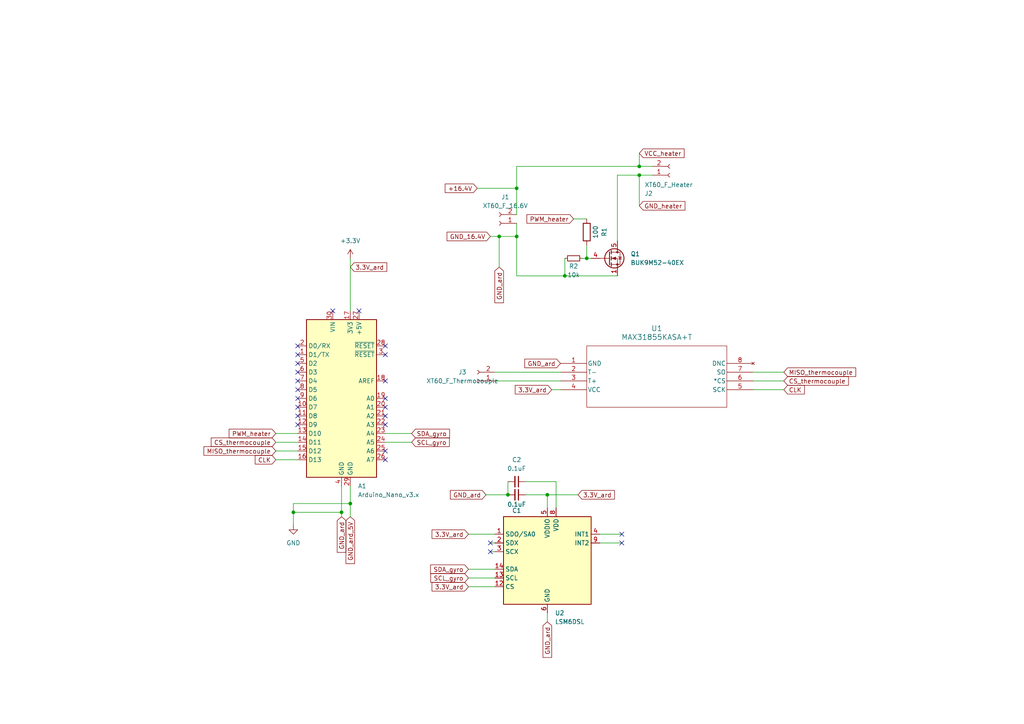
<source format=kicad_sch>
(kicad_sch (version 20231120) (generator "eeschema") (generator_version "8.0")
  (paper "A4")
  (lib_symbols
    (symbol "Connector:Conn_01x02_Socket" (pin_names (offset 1.016) hide)
      (property "Reference" "J" (at 0 2.54 0))
      (property "Value" "Conn_01x02_Socket" (at 0 -5.08 0))
      (symbol "Conn_01x02_Socket_1_1"
        (arc (start 0 -2.032) (mid -0.5058 -2.54) (end 0 -3.048) (stroke (width 0.1524)))
        (polyline (pts (xy -1.27 -2.54) (xy -0.508 -2.54)) (stroke (width 0.1524)))
        (polyline (pts (xy -1.27 0) (xy -0.508 0)) (stroke (width 0.1524)))
        (arc (start 0 0.508) (mid -0.5058 0) (end 0 -0.508) (stroke (width 0.1524)))
        (pin passive line (at -5.08 0 0) (length 3.81) (name "Pin_1") (number "1"))
        (pin passive line (at -5.08 -2.54 0) (length 3.81) (name "Pin_2") (number "2"))
      )
    )
    (symbol "Device:C_Small" (pin_numbers hide) (pin_names (offset 0.254) hide)
      (property "Reference" "C" (at 0.254 1.778 0))
      (property "Value" "C_Small" (at 0.254 -2.032 0))
      (symbol "C_Small_0_1"
        (polyline (pts (xy -1.524 -0.508) (xy 1.524 -0.508)) (stroke (width 0.3302)))
        (polyline (pts (xy -1.524 0.508) (xy 1.524 0.508)) (stroke (width 0.3048)))
      )
      (symbol "C_Small_1_1"
        (pin passive line (at 0 2.54 270) (length 2.032) (name "~") (number "1"))
        (pin passive line (at 0 -2.54 90) (length 2.032) (name "~") (number "2"))
      )
    )
    (symbol "Device:R" (pin_numbers hide) (pin_names (offset 0))
      (property "Reference" "R" (at 2.032 0 90))
      (property "Value" "R" (at 0 0 90))
      (symbol "R_0_1"
        (rectangle (start -1.016 -2.54) (end 1.016 2.54) (stroke (width 0.254)))
      )
      (symbol "R_1_1"
        (pin passive line (at 0 3.81 270) (length 1.27) (name "~") (number "1"))
        (pin passive line (at 0 -3.81 90) (length 1.27) (name "~") (number "2"))
      )
    )
    (symbol "Device:R_Small" (pin_numbers hide) (pin_names (offset 0.254) hide)
      (property "Reference" "R" (at 0.762 0.508 0))
      (property "Value" "R_Small" (at 0.762 -1.016 0))
      (symbol "R_Small_0_1"
        (rectangle (start -0.762 1.778) (end 0.762 -1.778) (stroke (width 0.2032)))
      )
      (symbol "R_Small_1_1"
        (pin passive line (at 0 2.54 270) (length 0.762) (name "~") (number "1"))
        (pin passive line (at 0 -2.54 90) (length 0.762) (name "~") (number "2"))
      )
    )
    (symbol "MAX31855KASA-T:MAX31855KASA+T" (pin_names (offset 0.254))
      (property "Reference" "U" (at 27.94 10.16 0))
      (property "Value" "MAX31855KASA+T" (at 27.94 7.62 0))
      (symbol "MAX31855KASA+T_0_1"
        (polyline (pts (xy 7.62 -12.7) (xy 48.26 -12.7)) (stroke (width 0.127)))
        (polyline (pts (xy 7.62 5.08) (xy 7.62 -12.7)) (stroke (width 0.127)))
        (polyline (pts (xy 48.26 -12.7) (xy 48.26 5.08)) (stroke (width 0.127)))
        (polyline (pts (xy 48.26 5.08) (xy 7.62 5.08)) (stroke (width 0.127)))
        (pin power_in line (at 0 0 0) (length 7.62) (name "GND") (number "1"))
        (pin input line (at 0 -2.54 0) (length 7.62) (name "T-") (number "2"))
        (pin input line (at 0 -5.08 0) (length 7.62) (name "T+") (number "3"))
        (pin power_in line (at 0 -7.62 0) (length 7.62) (name "VCC") (number "4"))
        (pin input line (at 55.88 -7.62 180) (length 7.62) (name "SCK") (number "5"))
        (pin unspecified line (at 55.88 -5.08 180) (length 7.62) (name "*CS") (number "6"))
        (pin output line (at 55.88 -2.54 180) (length 7.62) (name "SO") (number "7"))
        (pin no_connect line (at 55.88 0 180) (length 7.62) (name "DNC") (number "8"))
      )
    )
    (symbol "MCU_Module:Arduino_Nano_v3.x"
      (property "Reference" "A" (at -10.16 23.495 0))
      (property "Value" "Arduino_Nano_v3.x" (at 5.08 -24.13 0))
      (symbol "Arduino_Nano_v3.x_0_1"
        (rectangle (start -10.16 22.86) (end 10.16 -22.86) (stroke (width 0.254)) (fill (type background)))
      )
      (symbol "Arduino_Nano_v3.x_1_1"
        (pin bidirectional line (at -12.7 12.7 0) (length 2.54) (name "D1/TX") (number "1"))
        (pin bidirectional line (at -12.7 -2.54 0) (length 2.54) (name "D7") (number "10"))
        (pin bidirectional line (at -12.7 -5.08 0) (length 2.54) (name "D8") (number "11"))
        (pin bidirectional line (at -12.7 -7.62 0) (length 2.54) (name "D9") (number "12"))
        (pin bidirectional line (at -12.7 -10.16 0) (length 2.54) (name "D10") (number "13"))
        (pin bidirectional line (at -12.7 -12.7 0) (length 2.54) (name "D11") (number "14"))
        (pin bidirectional line (at -12.7 -15.24 0) (length 2.54) (name "D12") (number "15"))
        (pin bidirectional line (at -12.7 -17.78 0) (length 2.54) (name "D13") (number "16"))
        (pin power_out line (at 2.54 25.4 270) (length 2.54) (name "3V3") (number "17"))
        (pin input line (at 12.7 5.08 180) (length 2.54) (name "AREF") (number "18"))
        (pin bidirectional line (at 12.7 0 180) (length 2.54) (name "A0") (number "19"))
        (pin bidirectional line (at -12.7 15.24 0) (length 2.54) (name "D0/RX") (number "2"))
        (pin bidirectional line (at 12.7 -2.54 180) (length 2.54) (name "A1") (number "20"))
        (pin bidirectional line (at 12.7 -5.08 180) (length 2.54) (name "A2") (number "21"))
        (pin bidirectional line (at 12.7 -7.62 180) (length 2.54) (name "A3") (number "22"))
        (pin bidirectional line (at 12.7 -10.16 180) (length 2.54) (name "A4") (number "23"))
        (pin bidirectional line (at 12.7 -12.7 180) (length 2.54) (name "A5") (number "24"))
        (pin bidirectional line (at 12.7 -15.24 180) (length 2.54) (name "A6") (number "25"))
        (pin bidirectional line (at 12.7 -17.78 180) (length 2.54) (name "A7") (number "26"))
        (pin power_out line (at 5.08 25.4 270) (length 2.54) (name "+5V") (number "27"))
        (pin input line (at 12.7 15.24 180) (length 2.54) (name "~{RESET}") (number "28"))
        (pin power_in line (at 2.54 -25.4 90) (length 2.54) (name "GND") (number "29"))
        (pin input line (at 12.7 12.7 180) (length 2.54) (name "~{RESET}") (number "3"))
        (pin power_in line (at -2.54 25.4 270) (length 2.54) (name "VIN") (number "30"))
        (pin power_in line (at 0 -25.4 90) (length 2.54) (name "GND") (number "4"))
        (pin bidirectional line (at -12.7 10.16 0) (length 2.54) (name "D2") (number "5"))
        (pin bidirectional line (at -12.7 7.62 0) (length 2.54) (name "D3") (number "6"))
        (pin bidirectional line (at -12.7 5.08 0) (length 2.54) (name "D4") (number "7"))
        (pin bidirectional line (at -12.7 2.54 0) (length 2.54) (name "D5") (number "8"))
        (pin bidirectional line (at -12.7 0 0) (length 2.54) (name "D6") (number "9"))
      )
    )
    (symbol "Sensor_Motion:LSM6DSL"
      (property "Reference" "U" (at -11.43 15.24 0))
      (property "Value" "LSM6DSL" (at -11.43 12.7 0))
      (symbol "LSM6DSL_0_1"
        (rectangle (start -12.7 12.7) (end 12.7 -12.7) (stroke (width 0.254)) (fill (type background)))
      )
      (symbol "LSM6DSL_1_1"
        (pin bidirectional line (at -15.24 7.62 0) (length 2.54) (name "SDO/SA0") (number "1"))
        (pin no_connect line (at 12.7 -5.08 180) (length 3.81) hide (name "NC") (number "10"))
        (pin no_connect line (at 12.7 -2.54 180) (length 3.81) hide (name "NC") (number "11"))
        (pin input line (at -15.24 -7.62 0) (length 2.54) (name "CS") (number "12"))
        (pin input line (at -15.24 -5.08 0) (length 2.54) (name "SCL") (number "13"))
        (pin bidirectional line (at -15.24 -2.54 0) (length 2.54) (name "SDA") (number "14"))
        (pin bidirectional line (at -15.24 5.08 0) (length 2.54) (name "SDX") (number "2"))
        (pin input line (at -15.24 2.54 0) (length 2.54) (name "SCX") (number "3"))
        (pin output line (at 15.24 7.62 180) (length 2.54) (name "INT1") (number "4"))
        (pin power_in line (at 0 15.24 270) (length 2.54) (name "VDDIO") (number "5"))
        (pin power_in line (at 0 -15.24 90) (length 2.54) (name "GND") (number "6"))
        (pin passive line (at 0 -15.24 90) (length 2.54) hide (name "GND") (number "7"))
        (pin power_in line (at 2.54 15.24 270) (length 2.54) (name "VDD") (number "8"))
        (pin output line (at 15.24 5.08 180) (length 2.54) (name "INT2") (number "9"))
      )
    )
    (symbol "Transistor_FET:BUK9M52-40EX" (pin_names hide)
      (property "Reference" "Q" (at 5.08 1.905 0))
      (property "Value" "BUK9M52-40EX" (at 5.08 0 0))
      (symbol "BUK9M52-40EX_0_1"
        (polyline (pts (xy 0.254 0) (xy -2.54 0)))
        (polyline (pts (xy 0.254 1.905) (xy 0.254 -1.905)) (stroke (width 0.254)))
        (polyline (pts (xy 0.762 -1.27) (xy 0.762 -2.286)) (stroke (width 0.254)))
        (polyline (pts (xy 0.762 0.508) (xy 0.762 -0.508)) (stroke (width 0.254)))
        (polyline (pts (xy 0.762 2.286) (xy 0.762 1.27)) (stroke (width 0.254)))
        (polyline (pts (xy 2.54 2.54) (xy 2.54 1.778)))
        (polyline (pts (xy 2.54 -2.54) (xy 2.54 0) (xy 0.762 0)))
        (polyline (pts (xy 0.762 -1.778) (xy 3.302 -1.778) (xy 3.302 1.778) (xy 0.762 1.778)))
        (polyline (pts (xy 1.016 0) (xy 2.032 0.381) (xy 2.032 -0.381) (xy 1.016 0)) (fill (type outline)))
        (polyline (pts (xy 2.794 0.508) (xy 2.921 0.381) (xy 3.683 0.381) (xy 3.81 0.254)))
        (polyline (pts (xy 3.302 0.381) (xy 2.921 -0.254) (xy 3.683 -0.254) (xy 3.302 0.381)))
        (circle (center 1.651 0) (radius 2.794) (stroke (width 0.254)))
        (circle (center 2.54 -1.778) (radius 0.254) (fill (type outline)))
        (circle (center 2.54 1.778) (radius 0.254) (fill (type outline)))
      )
      (symbol "BUK9M52-40EX_1_1"
        (pin passive line (at 2.54 -5.08 90) (length 2.54) (name "S") (number "1"))
        (pin passive line (at 2.54 -5.08 90) (length 2.54) hide (name "S") (number "2"))
        (pin passive line (at 2.54 -5.08 90) (length 2.54) hide (name "S") (number "3"))
        (pin passive line (at -5.08 0 0) (length 2.54) (name "G") (number "4"))
        (pin passive line (at 2.54 5.08 270) (length 2.54) (name "D") (number "5"))
      )
    )
    (symbol "power:+3.3V" (power) (pin_numbers hide) (pin_names (offset 0) hide)
      (property "Value" "+3.3V" (at 0 3.556 0))
      (symbol "+3.3V_0_1"
        (polyline (pts (xy -0.762 1.27) (xy 0 2.54)))
        (polyline (pts (xy 0 0) (xy 0 2.54)))
        (polyline (pts (xy 0 2.54) (xy 0.762 1.27)))
      )
      (symbol "+3.3V_1_1"
        (pin power_in line (at 0 0 90) (length 0) (name "~") (number "1"))
      )
    )
    (symbol "power:GND" (power) (pin_numbers hide) (pin_names (offset 0) hide)
      (property "Value" "GND" (at 0 -3.81 0))
      (symbol "GND_0_1"
        (polyline (pts (xy 0 0) (xy 0 -1.27) (xy 1.27 -1.27) (xy 0 -2.54) (xy -1.27 -1.27) (xy 0 -1.27)))
      )
      (symbol "GND_1_1"
        (pin power_in line (at 0 0 270) (length 0) (name "~") (number "1"))
      )
    )
  )
  (junction (at 149.86 68.58))
  (junction (at 101.6 146.05))
  (junction (at 163.83 80.01))
  (junction (at 158.75 143.51))
  (junction (at 149.86 54.61))
  (junction (at 185.42 50.8))
  (junction (at 99.06 148.59))
  (junction (at 185.42 48.26))
  (junction (at 147.32 143.51))
  (junction (at 170.18 74.93))
  (junction (at 85.09 148.59))
  (junction (at 144.78 68.58))
  (no_connect (at 86.36 107.95))
  (no_connect (at 142.24 160.02))
  (no_connect (at 96.52 90.17))
  (no_connect (at 86.36 120.65))
  (no_connect (at 86.36 105.41))
  (no_connect (at 111.76 100.33))
  (no_connect (at 111.76 130.81))
  (no_connect (at 86.36 118.11))
  (no_connect (at 142.24 157.48))
  (no_connect (at 111.76 118.11))
  (no_connect (at 86.36 115.57))
  (no_connect (at 111.76 133.35))
  (no_connect (at 86.36 123.19))
  (no_connect (at 111.76 120.65))
  (no_connect (at 111.76 102.87))
  (no_connect (at 111.76 115.57))
  (no_connect (at 86.36 110.49))
  (no_connect (at 86.36 102.87))
  (no_connect (at 180.34 154.94))
  (no_connect (at 86.36 113.03))
  (no_connect (at 86.36 100.33))
  (no_connect (at 111.76 110.49))
  (no_connect (at 111.76 123.19))
  (no_connect (at 104.14 90.17))
  (no_connect (at 180.34 157.48))
  (wire (pts (xy 143.51 110.49) (xy 162.56 110.49)))
  (wire (pts (xy 189.23 50.8) (xy 185.42 50.8)))
  (wire (pts (xy 161.29 139.7) (xy 161.29 147.32)))
  (wire (pts (xy 144.78 68.58) (xy 144.78 77.47)))
  (wire (pts (xy 101.6 146.05) (xy 85.09 146.05)))
  (wire (pts (xy 185.42 44.45) (xy 185.42 48.26)))
  (wire (pts (xy 149.86 64.77) (xy 149.86 68.58)))
  (wire (pts (xy 149.86 54.61) (xy 149.86 62.23)))
  (wire (pts (xy 173.99 157.48) (xy 180.34 157.48)))
  (wire (pts (xy 185.42 50.8) (xy 179.07 50.8)))
  (wire (pts (xy 138.43 54.61) (xy 149.86 54.61)))
  (wire (pts (xy 160.02 113.03) (xy 162.56 113.03)))
  (wire (pts (xy 99.06 140.97) (xy 99.06 148.59)))
  (wire (pts (xy 135.89 170.18) (xy 143.51 170.18)))
  (wire (pts (xy 101.6 74.93) (xy 101.6 90.17)))
  (wire (pts (xy 158.75 143.51) (xy 167.64 143.51)))
  (wire (pts (xy 163.83 74.93) (xy 163.83 80.01)))
  (wire (pts (xy 179.07 50.8) (xy 179.07 69.85)))
  (wire (pts (xy 101.6 146.05) (xy 101.6 149.86)))
  (wire (pts (xy 135.89 167.64) (xy 143.51 167.64)))
  (wire (pts (xy 173.99 154.94) (xy 180.34 154.94)))
  (wire (pts (xy 85.09 148.59) (xy 99.06 148.59)))
  (wire (pts (xy 135.89 154.94) (xy 143.51 154.94)))
  (wire (pts (xy 218.44 107.95) (xy 227.33 107.95)))
  (wire (pts (xy 144.78 68.58) (xy 149.86 68.58)))
  (wire (pts (xy 152.4 143.51) (xy 158.75 143.51)))
  (wire (pts (xy 80.01 133.35) (xy 86.36 133.35)))
  (wire (pts (xy 142.24 157.48) (xy 143.51 157.48)))
  (wire (pts (xy 111.76 128.27) (xy 119.38 128.27)))
  (wire (pts (xy 99.06 148.59) (xy 99.06 149.86)))
  (wire (pts (xy 149.86 48.26) (xy 149.86 54.61)))
  (wire (pts (xy 218.44 110.49) (xy 227.33 110.49)))
  (wire (pts (xy 85.09 146.05) (xy 85.09 148.59)))
  (wire (pts (xy 135.89 165.1) (xy 143.51 165.1)))
  (wire (pts (xy 149.86 48.26) (xy 185.42 48.26)))
  (wire (pts (xy 140.97 143.51) (xy 147.32 143.51)))
  (wire (pts (xy 149.86 68.58) (xy 149.86 80.01)))
  (wire (pts (xy 80.01 128.27) (xy 86.36 128.27)))
  (wire (pts (xy 158.75 143.51) (xy 158.75 147.32)))
  (wire (pts (xy 85.09 148.59) (xy 85.09 152.4)))
  (wire (pts (xy 149.86 80.01) (xy 163.83 80.01)))
  (wire (pts (xy 147.32 139.7) (xy 147.32 143.51)))
  (wire (pts (xy 80.01 130.81) (xy 86.36 130.81)))
  (wire (pts (xy 158.75 177.8) (xy 158.75 180.34)))
  (wire (pts (xy 185.42 50.8) (xy 185.42 59.69)))
  (wire (pts (xy 170.18 74.93) (xy 171.45 74.93)))
  (wire (pts (xy 168.91 74.93) (xy 170.18 74.93)))
  (wire (pts (xy 185.42 48.26) (xy 189.23 48.26)))
  (wire (pts (xy 163.83 80.01) (xy 179.07 80.01)))
  (wire (pts (xy 170.18 71.12) (xy 170.18 74.93)))
  (wire (pts (xy 80.01 125.73) (xy 86.36 125.73)))
  (wire (pts (xy 166.37 63.5) (xy 170.18 63.5)))
  (wire (pts (xy 101.6 140.97) (xy 101.6 146.05)))
  (wire (pts (xy 152.4 139.7) (xy 161.29 139.7)))
  (wire (pts (xy 111.76 125.73) (xy 119.38 125.73)))
  (wire (pts (xy 142.24 68.58) (xy 144.78 68.58)))
  (wire (pts (xy 143.51 107.95) (xy 162.56 107.95)))
  (wire (pts (xy 218.44 113.03) (xy 227.33 113.03)))
  (wire (pts (xy 142.24 160.02) (xy 143.51 160.02)))
  (global_label "GND_16.4V" (shape input) (at 142.24 68.58 180) (property "Intersheetrefs" "${INTERSHEET_REFS}" (effects (hide yes))))
  (global_label "CS_thermocouple" (shape input) (at 80.01 128.27 180) (property "Intersheetrefs" "${INTERSHEET_REFS}" (effects (hide yes))))
  (global_label "VCC_heater" (shape input) (at 185.42 44.45 0) (property "Intersheetrefs" "${INTERSHEET_REFS}" (effects (hide yes))))
  (global_label "PWM_heater" (shape input) (at 166.37 63.5 180) (property "Intersheetrefs" "${INTERSHEET_REFS}" (effects (hide yes))))
  (global_label "GND_ard" (shape input) (at 162.56 105.41 180) (property "Intersheetrefs" "${INTERSHEET_REFS}" (effects (hide yes))))
  (global_label "GND_ard" (shape input) (at 158.75 180.34 270) (property "Intersheetrefs" "${INTERSHEET_REFS}" (effects (hide yes))))
  (global_label "GND_heater" (shape input) (at 185.42 59.69 0) (property "Intersheetrefs" "${INTERSHEET_REFS}" (effects (hide yes))))
  (global_label "3.3V_ard" (shape input) (at 167.64 143.51 0) (property "Intersheetrefs" "${INTERSHEET_REFS}" (effects (hide yes))))
  (global_label "GND_ard_5V" (shape input) (at 101.6 149.86 270) (property "Intersheetrefs" "${INTERSHEET_REFS}" (effects (hide yes))))
  (global_label "GND_ard" (shape input) (at 140.97 143.51 180) (property "Intersheetrefs" "${INTERSHEET_REFS}" (effects (hide yes))))
  (global_label "MISO_thermocouple" (shape input) (at 227.33 107.95 0) (property "Intersheetrefs" "${INTERSHEET_REFS}" (effects (hide yes))))
  (global_label "+16.4V" (shape input) (at 138.43 54.61 180) (property "Intersheetrefs" "${INTERSHEET_REFS}" (effects (hide yes))))
  (global_label "SDA_gyro" (shape input) (at 119.38 125.73 0) (property "Intersheetrefs" "${INTERSHEET_REFS}" (effects (hide yes))))
  (global_label "GND_ard" (shape input) (at 144.78 77.47 270) (property "Intersheetrefs" "${INTERSHEET_REFS}" (effects (hide yes))))
  (global_label "GND_ard" (shape input) (at 99.06 149.86 270) (property "Intersheetrefs" "${INTERSHEET_REFS}" (effects (hide yes))))
  (global_label "SDA_gyro" (shape input) (at 135.89 165.1 180) (property "Intersheetrefs" "${INTERSHEET_REFS}" (effects (hide yes))))
  (global_label "3.3V_ard" (shape input) (at 135.89 154.94 180) (property "Intersheetrefs" "${INTERSHEET_REFS}" (effects (hide yes))))
  (global_label "3.3V_ard" (shape input) (at 101.6 77.47 0) (property "Intersheetrefs" "${INTERSHEET_REFS}" (effects (hide yes))))
  (global_label "MISO_thermocouple" (shape input) (at 80.01 130.81 180) (property "Intersheetrefs" "${INTERSHEET_REFS}" (effects (hide yes))))
  (global_label "CS_thermocouple" (shape input) (at 227.33 110.49 0) (property "Intersheetrefs" "${INTERSHEET_REFS}" (effects (hide yes))))
  (global_label "3.3V_ard" (shape input) (at 160.02 113.03 180) (property "Intersheetrefs" "${INTERSHEET_REFS}" (effects (hide yes))))
  (global_label "SCL_gyro" (shape input) (at 119.38 128.27 0) (property "Intersheetrefs" "${INTERSHEET_REFS}" (effects (hide yes))))
  (global_label "PWM_heater" (shape input) (at 80.01 125.73 180) (property "Intersheetrefs" "${INTERSHEET_REFS}" (effects (hide yes))))
  (global_label "3.3V_ard" (shape input) (at 135.89 170.18 180) (property "Intersheetrefs" "${INTERSHEET_REFS}" (effects (hide yes))))
  (global_label "CLK" (shape input) (at 80.01 133.35 180) (property "Intersheetrefs" "${INTERSHEET_REFS}" (effects (hide yes))))
  (global_label "SCL_gyro" (shape input) (at 135.89 167.64 180) (property "Intersheetrefs" "${INTERSHEET_REFS}" (effects (hide yes))))
  (global_label "CLK" (shape input) (at 227.33 113.03 0) (property "Intersheetrefs" "${INTERSHEET_REFS}" (effects (hide yes))))
  (symbol (lib_id "MAX31855KASA-T:MAX31855KASA+T") (at 162.56 105.41 0) (unit 1)
    (property "Reference" "U1" (at 190.5 95.25 0) (effects (font (size 1.524 1.524))))
    (property "Value" "MAX31855KASA+T" (at 190.5 97.79 0) (effects (font (size 1.524 1.524))))
    (property "Footprint" "21-0041B_8_MXM" (effects (hide yes)))
    (property "Datasheet" "MAX31855KASA+T" (effects (hide yes)))
  )
  (symbol (lib_id "Device:C_Small") (at 149.86 139.7 270) (unit 1)
    (property "Reference" "C2" (at 149.8536 133.35 90))
    (property "Value" "0.1uF" (at 149.8536 135.89 90))
    (property "Footprint" "Capacitor_SMD:C_0402_1005Metric" (effects (hide yes)))
    (property "Description" "Unpolarized capacitor, small symbol" (effects (hide yes)))
  )
  (symbol (lib_id "Connector:Conn_01x02_Socket") (at 138.43 110.49 180) (unit 1)
    (property "Reference" "J3" (at 134.112 107.95 0))
    (property "Value" "XT60_F_Thermocouple" (at 134.112 110.49 0))
    (property "Footprint" "Connector_AMASS:AMASS_XT60PW-M_1x02_P7.20mm_Horizontal" (effects (hide yes)))
    (property "Description" "Generic connector, single row, 01x02, script generated" (effects (hide yes)))
  )
  (symbol (lib_id "power:GND") (at 85.09 152.4 0) (unit 1)
    (property "Reference" "#PWR01" (effects (hide yes)))
    (property "Value" "GND" (at 85.09 157.48 0))
    (property "Description" "Power symbol creates a global label with name \"GND\" , ground" (effects (hide yes)))
  )
  (symbol (lib_id "Device:C_Small") (at 149.86 143.51 270) (unit 1)
    (property "Reference" "C1" (at 149.86 148.082 90))
    (property "Value" "0.1uF" (at 149.86 146.304 90))
    (property "Footprint" "Capacitor_SMD:C_0402_1005Metric" (effects (hide yes)))
    (property "Description" "Unpolarized capacitor, small symbol" (effects (hide yes)))
  )
  (symbol (lib_id "MCU_Module:Arduino_Nano_v3.x") (at 99.06 115.57 0) (unit 1)
    (property "Reference" "A1" (at 103.7941 140.97 0) (effects (justify left)))
    (property "Value" "Arduino_Nano_v3.x" (at 103.7941 143.51 0) (effects (justify left)))
    (property "Footprint" "Module:Arduino_Nano" (effects (hide yes)))
    (property "Datasheet" "http://www.mouser.com/pdfdocs/Gravitech_Arduino_Nano3_0.pdf" (effects (hide yes)))
    (property "Description" "Arduino Nano v3.x" (effects (hide yes)))
  )
  (symbol (lib_id "Sensor_Motion:LSM6DSL") (at 158.75 162.56 0) (unit 1)
    (property "Reference" "U2" (at 160.9441 177.8 0) (effects (justify left)))
    (property "Value" "LSM6DSL" (at 160.9441 180.34 0) (effects (justify left)))
    (property "Footprint" "Package_LGA:LGA-14_3x2.5mm_P0.5mm_LayoutBorder3x4y" (effects (hide yes)))
    (property "Datasheet" "https://www.st.com/resource/en/datasheet/lsm6dsl.pdf" (effects (hide yes)))
    (property "Description" "I2C/SPI, iNEMO inertial module: always-on 3D accelerometer and 3D gyroscope, 1.71V to 3.6V VCC" (effects (hide yes)))
  )
  (symbol (lib_id "power:+3.3V") (at 101.6 74.93 0) (unit 1)
    (property "Reference" "#PWR02" (effects (hide yes)))
    (property "Value" "+3.3V" (at 101.6 69.85 0))
    (property "Description" "Power symbol creates a global label with name \"+3.3V\"" (effects (hide yes)))
  )
  (symbol (lib_id "Transistor_FET:BUK9M52-40EX") (at 176.53 74.93 0) (unit 1)
    (property "Reference" "Q1" (at 182.88 73.6599 0) (effects (justify left)))
    (property "Value" "BUK9M52-40EX" (at 182.88 76.1999 0) (effects (justify left)))
    (property "Footprint" "Package_TO_SOT_SMD:LFPAK33" (effects (hide yes)))
    (property "Datasheet" "https://assets.nexperia.com/documents/data-sheet/BUK9M52-40E.pdf" (effects (hide yes)))
    (property "Description" "17.6A Id, 40V Vds, N-Channel TrenchMOS MOSFET, 40mOhm Ron, 4.5nC Qqd, -55 to 175 °C, LFPAK33" (effects (hide yes)))
  )
  (symbol (lib_id "Connector:Conn_01x02_Socket") (at 144.78 64.77 180) (unit 1)
    (property "Reference" "J1" (at 146.558 57.15 0))
    (property "Value" "XT60_F_16.6V" (at 146.558 59.69 0))
    (property "Footprint" "Connector_AMASS:AMASS_XT60PW-M_1x02_P7.20mm_Horizontal" (effects (hide yes)))
    (property "Description" "Generic connector, single row, 01x02, script generated" (effects (hide yes)))
  )
  (symbol (lib_id "Connector:Conn_01x02_Socket") (at 194.31 50.8 0) (mirror x) (unit 1)
    (property "Reference" "J2" (at 186.944 56.134 0) (effects (justify left)))
    (property "Value" "XT60_F_Heater" (at 186.944 53.594 0) (effects (justify left)))
    (property "Footprint" "Connector_AMASS:AMASS_XT60PW-M_1x02_P7.20mm_Horizontal" (effects (hide yes)))
    (property "Description" "Generic connector, single row, 01x02, script generated" (effects (hide yes)))
  )
  (symbol (lib_id "Device:R") (at 170.18 67.31 0) (unit 1)
    (property "Reference" "R1" (at 175.26 67.31 90))
    (property "Value" "100" (at 172.72 67.31 90))
    (property "Footprint" "Resistor_SMD:R_0805_2012Metric" (effects (hide yes)))
    (property "Description" "Resistor" (effects (hide yes)))
  )
  (symbol (lib_id "Device:R_Small") (at 166.37 74.93 270) (unit 1)
    (property "Reference" "R2" (at 166.37 77.216 90))
    (property "Value" "10k" (at 166.37 79.756 90))
    (property "Footprint" "Resistor_SMD:R_0805_2012Metric" (effects (hide yes)))
    (property "Description" "Resistor, small symbol" (effects (hide yes)))
  )
)
</source>
